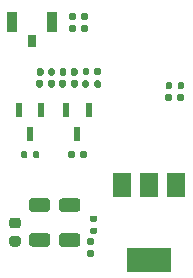
<source format=gbr>
%TF.GenerationSoftware,KiCad,Pcbnew,5.1.9*%
%TF.CreationDate,2021-01-18T23:58:31+01:00*%
%TF.ProjectId,wi-se-opi4,77692d73-652d-46f7-9069-342e6b696361,rev?*%
%TF.SameCoordinates,Original*%
%TF.FileFunction,Paste,Bot*%
%TF.FilePolarity,Positive*%
%FSLAX46Y46*%
G04 Gerber Fmt 4.6, Leading zero omitted, Abs format (unit mm)*
G04 Created by KiCad (PCBNEW 5.1.9) date 2021-01-18 23:58:31*
%MOMM*%
%LPD*%
G01*
G04 APERTURE LIST*
%ADD10R,0.568000X1.207999*%
%ADD11R,0.900000X1.700000*%
%ADD12R,0.800000X1.100000*%
%ADD13R,3.800000X2.000000*%
%ADD14R,1.500000X2.000000*%
G04 APERTURE END LIST*
%TO.C,C2*%
G36*
G01*
X101498161Y-84103640D02*
X100198159Y-84103640D01*
G75*
G02*
X99948160Y-83853641I0J249999D01*
G01*
X99948160Y-83203639D01*
G75*
G02*
X100198159Y-82953640I249999J0D01*
G01*
X101498161Y-82953640D01*
G75*
G02*
X101748160Y-83203639I0J-249999D01*
G01*
X101748160Y-83853641D01*
G75*
G02*
X101498161Y-84103640I-249999J0D01*
G01*
G37*
G36*
G01*
X101498161Y-87053640D02*
X100198159Y-87053640D01*
G75*
G02*
X99948160Y-86803641I0J249999D01*
G01*
X99948160Y-86153639D01*
G75*
G02*
X100198159Y-85903640I249999J0D01*
G01*
X101498161Y-85903640D01*
G75*
G02*
X101748160Y-86153639I0J-249999D01*
G01*
X101748160Y-86803641D01*
G75*
G02*
X101498161Y-87053640I-249999J0D01*
G01*
G37*
%TD*%
D10*
%TO.C,Q1*%
X101500000Y-77489560D03*
X102450001Y-75447561D03*
X100549999Y-75447561D03*
%TD*%
%TO.C,Q2*%
X96549999Y-75479001D03*
X98450001Y-75479001D03*
X97500000Y-77521000D03*
%TD*%
D11*
%TO.C,SW2*%
X99319820Y-67998760D03*
X95919820Y-67998760D03*
D12*
X97619820Y-69638760D03*
%TD*%
%TO.C,C5*%
G36*
G01*
X98942921Y-87043480D02*
X97642919Y-87043480D01*
G75*
G02*
X97392920Y-86793481I0J249999D01*
G01*
X97392920Y-86143479D01*
G75*
G02*
X97642919Y-85893480I249999J0D01*
G01*
X98942921Y-85893480D01*
G75*
G02*
X99192920Y-86143479I0J-249999D01*
G01*
X99192920Y-86793481D01*
G75*
G02*
X98942921Y-87043480I-249999J0D01*
G01*
G37*
G36*
G01*
X98942921Y-84093480D02*
X97642919Y-84093480D01*
G75*
G02*
X97392920Y-83843481I0J249999D01*
G01*
X97392920Y-83193479D01*
G75*
G02*
X97642919Y-82943480I249999J0D01*
G01*
X98942921Y-82943480D01*
G75*
G02*
X99192920Y-83193479I0J-249999D01*
G01*
X99192920Y-83843481D01*
G75*
G02*
X98942921Y-84093480I-249999J0D01*
G01*
G37*
%TD*%
%TO.C,C6*%
G36*
G01*
X96460120Y-87036360D02*
X95960120Y-87036360D01*
G75*
G02*
X95735120Y-86811360I0J225000D01*
G01*
X95735120Y-86361360D01*
G75*
G02*
X95960120Y-86136360I225000J0D01*
G01*
X96460120Y-86136360D01*
G75*
G02*
X96685120Y-86361360I0J-225000D01*
G01*
X96685120Y-86811360D01*
G75*
G02*
X96460120Y-87036360I-225000J0D01*
G01*
G37*
G36*
G01*
X96460120Y-85486360D02*
X95960120Y-85486360D01*
G75*
G02*
X95735120Y-85261360I0J225000D01*
G01*
X95735120Y-84811360D01*
G75*
G02*
X95960120Y-84586360I225000J0D01*
G01*
X96460120Y-84586360D01*
G75*
G02*
X96685120Y-84811360I0J-225000D01*
G01*
X96685120Y-85261360D01*
G75*
G02*
X96460120Y-85486360I-225000J0D01*
G01*
G37*
%TD*%
%TO.C,C7*%
G36*
G01*
X98071400Y-72433000D02*
X98071400Y-72093000D01*
G75*
G02*
X98211400Y-71953000I140000J0D01*
G01*
X98491400Y-71953000D01*
G75*
G02*
X98631400Y-72093000I0J-140000D01*
G01*
X98631400Y-72433000D01*
G75*
G02*
X98491400Y-72573000I-140000J0D01*
G01*
X98211400Y-72573000D01*
G75*
G02*
X98071400Y-72433000I0J140000D01*
G01*
G37*
G36*
G01*
X99031400Y-72433000D02*
X99031400Y-72093000D01*
G75*
G02*
X99171400Y-71953000I140000J0D01*
G01*
X99451400Y-71953000D01*
G75*
G02*
X99591400Y-72093000I0J-140000D01*
G01*
X99591400Y-72433000D01*
G75*
G02*
X99451400Y-72573000I-140000J0D01*
G01*
X99171400Y-72573000D01*
G75*
G02*
X99031400Y-72433000I0J140000D01*
G01*
G37*
%TD*%
%TO.C,C8*%
G36*
G01*
X100550000Y-72093000D02*
X100550000Y-72433000D01*
G75*
G02*
X100410000Y-72573000I-140000J0D01*
G01*
X100130000Y-72573000D01*
G75*
G02*
X99990000Y-72433000I0J140000D01*
G01*
X99990000Y-72093000D01*
G75*
G02*
X100130000Y-71953000I140000J0D01*
G01*
X100410000Y-71953000D01*
G75*
G02*
X100550000Y-72093000I0J-140000D01*
G01*
G37*
G36*
G01*
X101510000Y-72093000D02*
X101510000Y-72433000D01*
G75*
G02*
X101370000Y-72573000I-140000J0D01*
G01*
X101090000Y-72573000D01*
G75*
G02*
X100950000Y-72433000I0J140000D01*
G01*
X100950000Y-72093000D01*
G75*
G02*
X101090000Y-71953000I140000J0D01*
G01*
X101370000Y-71953000D01*
G75*
G02*
X101510000Y-72093000I0J-140000D01*
G01*
G37*
%TD*%
%TO.C,C9*%
G36*
G01*
X101938000Y-72388000D02*
X101938000Y-72048000D01*
G75*
G02*
X102078000Y-71908000I140000J0D01*
G01*
X102358000Y-71908000D01*
G75*
G02*
X102498000Y-72048000I0J-140000D01*
G01*
X102498000Y-72388000D01*
G75*
G02*
X102358000Y-72528000I-140000J0D01*
G01*
X102078000Y-72528000D01*
G75*
G02*
X101938000Y-72388000I0J140000D01*
G01*
G37*
G36*
G01*
X102898000Y-72388000D02*
X102898000Y-72048000D01*
G75*
G02*
X103038000Y-71908000I140000J0D01*
G01*
X103318000Y-71908000D01*
G75*
G02*
X103458000Y-72048000I0J-140000D01*
G01*
X103458000Y-72388000D01*
G75*
G02*
X103318000Y-72528000I-140000J0D01*
G01*
X103038000Y-72528000D01*
G75*
G02*
X102898000Y-72388000I0J140000D01*
G01*
G37*
%TD*%
%TO.C,R1*%
G36*
G01*
X108970000Y-73591000D02*
X108970000Y-73221000D01*
G75*
G02*
X109105000Y-73086000I135000J0D01*
G01*
X109375000Y-73086000D01*
G75*
G02*
X109510000Y-73221000I0J-135000D01*
G01*
X109510000Y-73591000D01*
G75*
G02*
X109375000Y-73726000I-135000J0D01*
G01*
X109105000Y-73726000D01*
G75*
G02*
X108970000Y-73591000I0J135000D01*
G01*
G37*
G36*
G01*
X109990000Y-73591000D02*
X109990000Y-73221000D01*
G75*
G02*
X110125000Y-73086000I135000J0D01*
G01*
X110395000Y-73086000D01*
G75*
G02*
X110530000Y-73221000I0J-135000D01*
G01*
X110530000Y-73591000D01*
G75*
G02*
X110395000Y-73726000I-135000J0D01*
G01*
X110125000Y-73726000D01*
G75*
G02*
X109990000Y-73591000I0J135000D01*
G01*
G37*
%TD*%
%TO.C,R2*%
G36*
G01*
X109968000Y-74607000D02*
X109968000Y-74237000D01*
G75*
G02*
X110103000Y-74102000I135000J0D01*
G01*
X110373000Y-74102000D01*
G75*
G02*
X110508000Y-74237000I0J-135000D01*
G01*
X110508000Y-74607000D01*
G75*
G02*
X110373000Y-74742000I-135000J0D01*
G01*
X110103000Y-74742000D01*
G75*
G02*
X109968000Y-74607000I0J135000D01*
G01*
G37*
G36*
G01*
X108948000Y-74607000D02*
X108948000Y-74237000D01*
G75*
G02*
X109083000Y-74102000I135000J0D01*
G01*
X109353000Y-74102000D01*
G75*
G02*
X109488000Y-74237000I0J-135000D01*
G01*
X109488000Y-74607000D01*
G75*
G02*
X109353000Y-74742000I-135000J0D01*
G01*
X109083000Y-74742000D01*
G75*
G02*
X108948000Y-74607000I0J135000D01*
G01*
G37*
%TD*%
%TO.C,R3*%
G36*
G01*
X103055000Y-84951600D02*
X102685000Y-84951600D01*
G75*
G02*
X102550000Y-84816600I0J135000D01*
G01*
X102550000Y-84546600D01*
G75*
G02*
X102685000Y-84411600I135000J0D01*
G01*
X103055000Y-84411600D01*
G75*
G02*
X103190000Y-84546600I0J-135000D01*
G01*
X103190000Y-84816600D01*
G75*
G02*
X103055000Y-84951600I-135000J0D01*
G01*
G37*
G36*
G01*
X103055000Y-85971600D02*
X102685000Y-85971600D01*
G75*
G02*
X102550000Y-85836600I0J135000D01*
G01*
X102550000Y-85566600D01*
G75*
G02*
X102685000Y-85431600I135000J0D01*
G01*
X103055000Y-85431600D01*
G75*
G02*
X103190000Y-85566600I0J-135000D01*
G01*
X103190000Y-85836600D01*
G75*
G02*
X103055000Y-85971600I-135000J0D01*
G01*
G37*
%TD*%
%TO.C,R4*%
G36*
G01*
X102431000Y-87362000D02*
X102801000Y-87362000D01*
G75*
G02*
X102936000Y-87497000I0J-135000D01*
G01*
X102936000Y-87767000D01*
G75*
G02*
X102801000Y-87902000I-135000J0D01*
G01*
X102431000Y-87902000D01*
G75*
G02*
X102296000Y-87767000I0J135000D01*
G01*
X102296000Y-87497000D01*
G75*
G02*
X102431000Y-87362000I135000J0D01*
G01*
G37*
G36*
G01*
X102431000Y-86342000D02*
X102801000Y-86342000D01*
G75*
G02*
X102936000Y-86477000I0J-135000D01*
G01*
X102936000Y-86747000D01*
G75*
G02*
X102801000Y-86882000I-135000J0D01*
G01*
X102431000Y-86882000D01*
G75*
G02*
X102296000Y-86747000I0J135000D01*
G01*
X102296000Y-86477000D01*
G75*
G02*
X102431000Y-86342000I135000J0D01*
G01*
G37*
%TD*%
%TO.C,R5*%
G36*
G01*
X98566000Y-73065000D02*
X98566000Y-73435000D01*
G75*
G02*
X98431000Y-73570000I-135000J0D01*
G01*
X98161000Y-73570000D01*
G75*
G02*
X98026000Y-73435000I0J135000D01*
G01*
X98026000Y-73065000D01*
G75*
G02*
X98161000Y-72930000I135000J0D01*
G01*
X98431000Y-72930000D01*
G75*
G02*
X98566000Y-73065000I0J-135000D01*
G01*
G37*
G36*
G01*
X99586000Y-73065000D02*
X99586000Y-73435000D01*
G75*
G02*
X99451000Y-73570000I-135000J0D01*
G01*
X99181000Y-73570000D01*
G75*
G02*
X99046000Y-73435000I0J135000D01*
G01*
X99046000Y-73065000D01*
G75*
G02*
X99181000Y-72930000I135000J0D01*
G01*
X99451000Y-72930000D01*
G75*
G02*
X99586000Y-73065000I0J-135000D01*
G01*
G37*
%TD*%
%TO.C,R6*%
G36*
G01*
X99970000Y-73435000D02*
X99970000Y-73065000D01*
G75*
G02*
X100105000Y-72930000I135000J0D01*
G01*
X100375000Y-72930000D01*
G75*
G02*
X100510000Y-73065000I0J-135000D01*
G01*
X100510000Y-73435000D01*
G75*
G02*
X100375000Y-73570000I-135000J0D01*
G01*
X100105000Y-73570000D01*
G75*
G02*
X99970000Y-73435000I0J135000D01*
G01*
G37*
G36*
G01*
X100990000Y-73435000D02*
X100990000Y-73065000D01*
G75*
G02*
X101125000Y-72930000I135000J0D01*
G01*
X101395000Y-72930000D01*
G75*
G02*
X101530000Y-73065000I0J-135000D01*
G01*
X101530000Y-73435000D01*
G75*
G02*
X101395000Y-73570000I-135000J0D01*
G01*
X101125000Y-73570000D01*
G75*
G02*
X100990000Y-73435000I0J135000D01*
G01*
G37*
%TD*%
%TO.C,R7*%
G36*
G01*
X103478000Y-73094000D02*
X103478000Y-73464000D01*
G75*
G02*
X103343000Y-73599000I-135000J0D01*
G01*
X103073000Y-73599000D01*
G75*
G02*
X102938000Y-73464000I0J135000D01*
G01*
X102938000Y-73094000D01*
G75*
G02*
X103073000Y-72959000I135000J0D01*
G01*
X103343000Y-72959000D01*
G75*
G02*
X103478000Y-73094000I0J-135000D01*
G01*
G37*
G36*
G01*
X102458000Y-73094000D02*
X102458000Y-73464000D01*
G75*
G02*
X102323000Y-73599000I-135000J0D01*
G01*
X102053000Y-73599000D01*
G75*
G02*
X101918000Y-73464000I0J135000D01*
G01*
X101918000Y-73094000D01*
G75*
G02*
X102053000Y-72959000I135000J0D01*
G01*
X102323000Y-72959000D01*
G75*
G02*
X102458000Y-73094000I0J-135000D01*
G01*
G37*
%TD*%
%TO.C,R8*%
G36*
G01*
X97740000Y-79435000D02*
X97740000Y-79065000D01*
G75*
G02*
X97875000Y-78930000I135000J0D01*
G01*
X98145000Y-78930000D01*
G75*
G02*
X98280000Y-79065000I0J-135000D01*
G01*
X98280000Y-79435000D01*
G75*
G02*
X98145000Y-79570000I-135000J0D01*
G01*
X97875000Y-79570000D01*
G75*
G02*
X97740000Y-79435000I0J135000D01*
G01*
G37*
G36*
G01*
X96720000Y-79435000D02*
X96720000Y-79065000D01*
G75*
G02*
X96855000Y-78930000I135000J0D01*
G01*
X97125000Y-78930000D01*
G75*
G02*
X97260000Y-79065000I0J-135000D01*
G01*
X97260000Y-79435000D01*
G75*
G02*
X97125000Y-79570000I-135000J0D01*
G01*
X96855000Y-79570000D01*
G75*
G02*
X96720000Y-79435000I0J135000D01*
G01*
G37*
%TD*%
%TO.C,R9*%
G36*
G01*
X102280000Y-79065000D02*
X102280000Y-79435000D01*
G75*
G02*
X102145000Y-79570000I-135000J0D01*
G01*
X101875000Y-79570000D01*
G75*
G02*
X101740000Y-79435000I0J135000D01*
G01*
X101740000Y-79065000D01*
G75*
G02*
X101875000Y-78930000I135000J0D01*
G01*
X102145000Y-78930000D01*
G75*
G02*
X102280000Y-79065000I0J-135000D01*
G01*
G37*
G36*
G01*
X101260000Y-79065000D02*
X101260000Y-79435000D01*
G75*
G02*
X101125000Y-79570000I-135000J0D01*
G01*
X100855000Y-79570000D01*
G75*
G02*
X100720000Y-79435000I0J135000D01*
G01*
X100720000Y-79065000D01*
G75*
G02*
X100855000Y-78930000I135000J0D01*
G01*
X101125000Y-78930000D01*
G75*
G02*
X101260000Y-79065000I0J-135000D01*
G01*
G37*
%TD*%
%TO.C,R11*%
G36*
G01*
X102293000Y-68854000D02*
X101923000Y-68854000D01*
G75*
G02*
X101788000Y-68719000I0J135000D01*
G01*
X101788000Y-68449000D01*
G75*
G02*
X101923000Y-68314000I135000J0D01*
G01*
X102293000Y-68314000D01*
G75*
G02*
X102428000Y-68449000I0J-135000D01*
G01*
X102428000Y-68719000D01*
G75*
G02*
X102293000Y-68854000I-135000J0D01*
G01*
G37*
G36*
G01*
X102293000Y-67834000D02*
X101923000Y-67834000D01*
G75*
G02*
X101788000Y-67699000I0J135000D01*
G01*
X101788000Y-67429000D01*
G75*
G02*
X101923000Y-67294000I135000J0D01*
G01*
X102293000Y-67294000D01*
G75*
G02*
X102428000Y-67429000I0J-135000D01*
G01*
X102428000Y-67699000D01*
G75*
G02*
X102293000Y-67834000I-135000J0D01*
G01*
G37*
%TD*%
%TO.C,R12*%
G36*
G01*
X101277000Y-68852000D02*
X100907000Y-68852000D01*
G75*
G02*
X100772000Y-68717000I0J135000D01*
G01*
X100772000Y-68447000D01*
G75*
G02*
X100907000Y-68312000I135000J0D01*
G01*
X101277000Y-68312000D01*
G75*
G02*
X101412000Y-68447000I0J-135000D01*
G01*
X101412000Y-68717000D01*
G75*
G02*
X101277000Y-68852000I-135000J0D01*
G01*
G37*
G36*
G01*
X101277000Y-67832000D02*
X100907000Y-67832000D01*
G75*
G02*
X100772000Y-67697000I0J135000D01*
G01*
X100772000Y-67427000D01*
G75*
G02*
X100907000Y-67292000I135000J0D01*
G01*
X101277000Y-67292000D01*
G75*
G02*
X101412000Y-67427000I0J-135000D01*
G01*
X101412000Y-67697000D01*
G75*
G02*
X101277000Y-67832000I-135000J0D01*
G01*
G37*
%TD*%
D13*
%TO.C,U1*%
X107569000Y-88138400D03*
D14*
X107569000Y-81838400D03*
X109869000Y-81838400D03*
X105269000Y-81838400D03*
%TD*%
M02*

</source>
